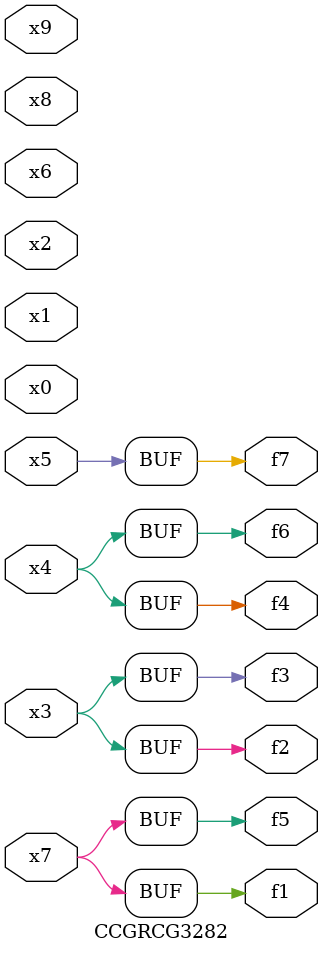
<source format=v>
module CCGRCG3282(
	input x0, x1, x2, x3, x4, x5, x6, x7, x8, x9,
	output f1, f2, f3, f4, f5, f6, f7
);
	assign f1 = x7;
	assign f2 = x3;
	assign f3 = x3;
	assign f4 = x4;
	assign f5 = x7;
	assign f6 = x4;
	assign f7 = x5;
endmodule

</source>
